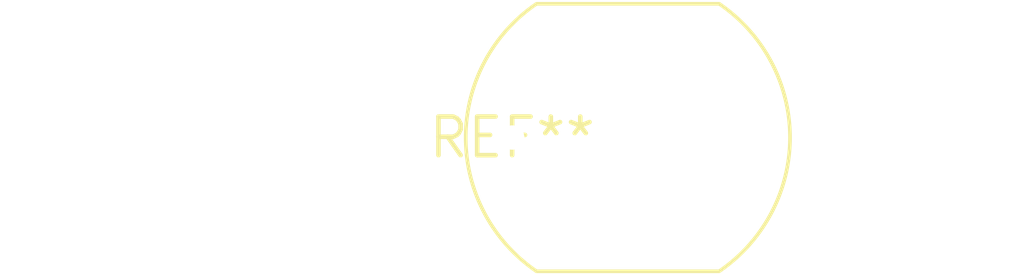
<source format=kicad_pcb>
(kicad_pcb (version 20240108) (generator pcbnew)
  (layers (0 "F.Cu" signal) (31 "B.Cu" signal) (34 "B.Paste" user) (35 "F.Paste" user) (36 "B.SilkS" user "B.Silkscreen") (37 "F.SilkS" user "F.Silkscreen") (38 "B.Mask" user) (39 "F.Mask" user) (44 "Edge.Cuts" user))
  (net 0 "")
  (footprint "R_LDR_10x8.5mm_P7.6mm_Vertical" (layer "F.Cu") (at 0 0)
    (property "Reference" "REF**")
    (property "Value" "R_LDR_10x8.5mm_P7.6mm_Vertical")
    (fp_line (start 0.8 -4.4) (end 6.8 -4.4) (layer "F.SilkS") (stroke (width 0.12)))
    (fp_line (start 0.8 4.4) (end 6.8 4.4) (layer "F.SilkS") (stroke (width 0.12)))
    (fp_arc (start 0.8 4.4) (mid -1.525374 0.019809) (end 0.76735 -4.37756) (layer "F.SilkS") (stroke (width 0.12)))
    (fp_arc (start 6.8 -4.4) (mid 9.125374 -0.019809) (end 6.83265 4.37756) (layer "F.SilkS") (stroke (width 0.12)))
    (pad "1" thru_hole circle (at 0 0) (size 1.6 1.6) (drill 0.8) (layers *.Cu *.Mask) (remove_unused_layers))
    (pad "2" thru_hole circle (at 7.6 0) (size 1.6 1.6) (drill 0.8) (layers *.Cu *.Mask) (remove_unused_layers))
  )
)
</source>
